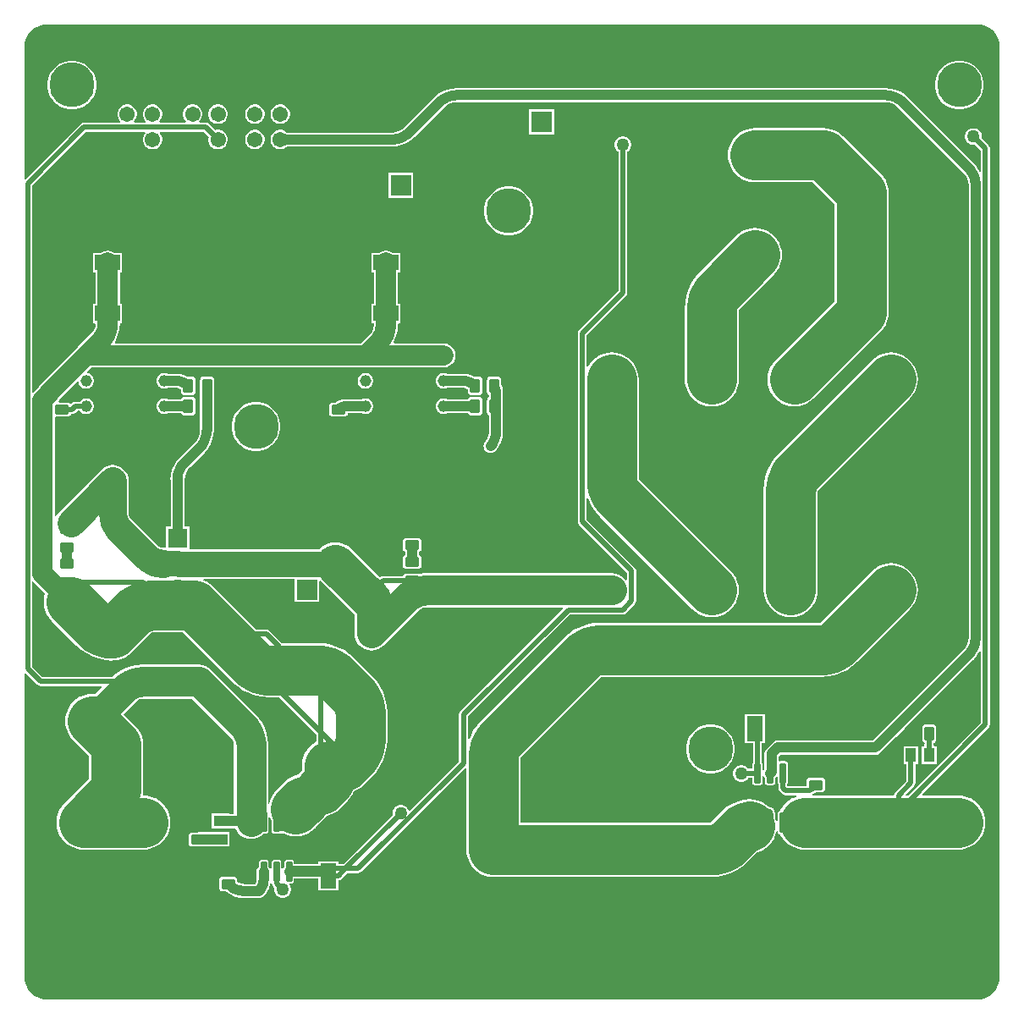
<source format=gtl>
G04*
G04 #@! TF.GenerationSoftware,Altium Limited,Altium Designer,23.8.1 (32)*
G04*
G04 Layer_Physical_Order=1*
G04 Layer_Color=255*
%FSLAX25Y25*%
%MOIN*%
G70*
G04*
G04 #@! TF.SameCoordinates,F96B85ED-F025-470D-A382-F87F92A237BF*
G04*
G04*
G04 #@! TF.FilePolarity,Positive*
G04*
G01*
G75*
%ADD11C,0.01968*%
G04:AMPARAMS|DCode=15|XSize=39.37mil|YSize=55.91mil|CornerRadius=4.92mil|HoleSize=0mil|Usage=FLASHONLY|Rotation=270.000|XOffset=0mil|YOffset=0mil|HoleType=Round|Shape=RoundedRectangle|*
%AMROUNDEDRECTD15*
21,1,0.03937,0.04606,0,0,270.0*
21,1,0.02953,0.05591,0,0,270.0*
1,1,0.00984,-0.02303,-0.01476*
1,1,0.00984,-0.02303,0.01476*
1,1,0.00984,0.02303,0.01476*
1,1,0.00984,0.02303,-0.01476*
%
%ADD15ROUNDEDRECTD15*%
G04:AMPARAMS|DCode=16|XSize=77.56mil|YSize=23.62mil|CornerRadius=2.95mil|HoleSize=0mil|Usage=FLASHONLY|Rotation=90.000|XOffset=0mil|YOffset=0mil|HoleType=Round|Shape=RoundedRectangle|*
%AMROUNDEDRECTD16*
21,1,0.07756,0.01772,0,0,90.0*
21,1,0.07165,0.02362,0,0,90.0*
1,1,0.00591,0.00886,0.03583*
1,1,0.00591,0.00886,-0.03583*
1,1,0.00591,-0.00886,-0.03583*
1,1,0.00591,-0.00886,0.03583*
%
%ADD16ROUNDEDRECTD16*%
G04:AMPARAMS|DCode=17|XSize=39.37mil|YSize=55.91mil|CornerRadius=4.92mil|HoleSize=0mil|Usage=FLASHONLY|Rotation=0.000|XOffset=0mil|YOffset=0mil|HoleType=Round|Shape=RoundedRectangle|*
%AMROUNDEDRECTD17*
21,1,0.03937,0.04606,0,0,0.0*
21,1,0.02953,0.05591,0,0,0.0*
1,1,0.00984,0.01476,-0.02303*
1,1,0.00984,-0.01476,-0.02303*
1,1,0.00984,-0.01476,0.02303*
1,1,0.00984,0.01476,0.02303*
%
%ADD17ROUNDEDRECTD17*%
%ADD18R,0.05709X0.04331*%
%ADD19R,0.04331X0.05709*%
%ADD20R,0.09843X0.06299*%
%ADD21R,0.06299X0.09843*%
%ADD46C,0.03937*%
%ADD47C,0.07874*%
%ADD48C,0.19685*%
%ADD49C,0.11811*%
%ADD50C,0.11024*%
%ADD51C,0.09843*%
%ADD52C,0.15748*%
%ADD53C,0.08268*%
%ADD54R,0.08268X0.08268*%
%ADD55R,0.08268X0.08268*%
%ADD56C,0.17717*%
%ADD57R,0.04724X0.04724*%
%ADD58C,0.04724*%
%ADD59R,0.04724X0.04724*%
%ADD60C,0.04563*%
%ADD61R,0.04563X0.04563*%
%ADD62C,0.08150*%
%ADD63R,0.08150X0.08150*%
%ADD64R,0.06260X0.06260*%
%ADD65C,0.06260*%
%ADD66C,0.07559*%
%ADD67R,0.07559X0.07559*%
%ADD68C,0.09843*%
%ADD69C,0.06083*%
%ADD70C,0.07874*%
%ADD71C,0.05000*%
%ADD72C,0.01968*%
G36*
X476994Y290483D02*
Y262248D01*
X448408Y233663D01*
X447671D01*
X447479Y234125D01*
X450734Y237379D01*
X451125Y237965D01*
X451263Y238657D01*
Y245858D01*
X452409D01*
Y253142D01*
X446504D01*
Y245858D01*
X447650D01*
Y239405D01*
X443223Y234977D01*
X442831Y234391D01*
X442694Y233700D01*
Y233663D01*
X410755D01*
X410650Y234163D01*
X411569Y234569D01*
X411840Y234760D01*
X412115Y234944D01*
X412210Y235038D01*
X414303D01*
X414802Y235137D01*
X415226Y235420D01*
X415508Y235843D01*
X415608Y236343D01*
Y239295D01*
X415508Y239795D01*
X415226Y240218D01*
X414802Y240501D01*
X414303Y240600D01*
X409697D01*
X409198Y240501D01*
X408774Y240218D01*
X408492Y239795D01*
X408392Y239295D01*
Y237306D01*
X400901D01*
X400806Y237401D01*
Y238334D01*
X400906Y238483D01*
X400990Y238906D01*
Y246071D01*
X400906Y246493D01*
X400666Y246851D01*
X400308Y247091D01*
X399886Y247175D01*
X398114D01*
X397865Y247125D01*
X397365Y247428D01*
Y249042D01*
X398043Y249720D01*
X435466D01*
X436185Y249815D01*
X436856Y250093D01*
X437431Y250535D01*
X437887Y250991D01*
X437931Y251047D01*
X438406Y251452D01*
X438394Y251464D01*
X447022Y260091D01*
X447031Y260091D01*
X447032Y260091D01*
X447033Y260092D01*
X447095Y260163D01*
X447359Y260456D01*
X447484Y260593D01*
Y260593D01*
X447820Y260942D01*
X474027Y287096D01*
X474033Y287091D01*
X474048Y287094D01*
X474358Y287458D01*
X474359Y287459D01*
X474359Y287459D01*
X475352Y288621D01*
X476401Y290333D01*
X476503Y290581D01*
X476994Y290483D01*
D02*
G37*
G36*
X104111Y317650D02*
X108390Y313371D01*
X108359Y313295D01*
X107968Y311668D01*
X107837Y310000D01*
X107968Y308332D01*
X108359Y306705D01*
X108999Y305159D01*
X109874Y303733D01*
X110960Y302460D01*
X120632Y292789D01*
X120624Y292781D01*
X122624Y291028D01*
X124835Y289550D01*
X127220Y288374D01*
X129738Y287519D01*
X132346Y287000D01*
X135000Y286826D01*
Y286837D01*
X136668Y286968D01*
X138295Y287359D01*
X139841Y287999D01*
X141267Y288874D01*
X142540Y289960D01*
X150417Y297837D01*
X162701D01*
X182149Y278390D01*
X182150Y278389D01*
X182141Y278381D01*
X184175Y276598D01*
X186423Y275096D01*
X188849Y273900D01*
X191409Y273030D01*
X194062Y272503D01*
X196760Y272326D01*
Y272337D01*
X200726D01*
X215257Y257807D01*
Y254888D01*
X213923Y254070D01*
X212650Y252984D01*
X211564Y251711D01*
X210689Y250285D01*
X210049Y248739D01*
X209659Y247112D01*
X209527Y245444D01*
Y243607D01*
X209523Y243603D01*
X208437Y242330D01*
X208162Y241883D01*
X207058Y241618D01*
X205512Y240978D01*
X204347Y240264D01*
Y240264D01*
X204344Y240247D01*
X203380Y239603D01*
X201285Y237766D01*
X200533Y236909D01*
X200530Y236906D01*
X200501Y236872D01*
X199788Y236059D01*
X199764Y236079D01*
X199353Y235579D01*
X199368Y235564D01*
X198517Y234568D01*
X197643Y233141D01*
X197002Y231595D01*
X196725Y230441D01*
X196225Y230500D01*
Y253858D01*
X196229Y253858D01*
X196086Y256041D01*
X195659Y258188D01*
X194955Y260260D01*
X193988Y262222D01*
X192772Y264042D01*
X191329Y265687D01*
X191326Y265685D01*
X189255Y267756D01*
X173756Y283256D01*
X172736Y284092D01*
X171574Y284713D01*
X170312Y285096D01*
X169000Y285225D01*
X146642D01*
X146642Y285229D01*
X144459Y285086D01*
X142312Y284659D01*
X140240Y283955D01*
X138278Y282987D01*
X136458Y281772D01*
X134813Y280329D01*
X134323Y280306D01*
X107448D01*
X103306Y284448D01*
Y317877D01*
X103806Y318047D01*
X104111Y317650D01*
D02*
G37*
G36*
X477219Y537328D02*
X478916Y536813D01*
X480481Y535977D01*
X481852Y534852D01*
X482977Y533481D01*
X483813Y531916D01*
X484328Y530219D01*
X484495Y528529D01*
X484485Y528454D01*
Y162311D01*
X484495Y162236D01*
X484328Y160546D01*
X483813Y158848D01*
X482977Y157284D01*
X481852Y155913D01*
X480481Y154787D01*
X478916Y153951D01*
X477219Y153436D01*
X475529Y153270D01*
X475454Y153280D01*
X109311D01*
X109236Y153270D01*
X107546Y153436D01*
X105848Y153951D01*
X104284Y154787D01*
X102913Y155913D01*
X101787Y157284D01*
X100951Y158848D01*
X100436Y160546D01*
X100270Y162235D01*
X100280Y162311D01*
Y281712D01*
X100742Y281904D01*
X105423Y277223D01*
X106009Y276831D01*
X106700Y276694D01*
X130529D01*
X130721Y276232D01*
X128068Y273579D01*
X127000Y273663D01*
X125332Y273532D01*
X123705Y273141D01*
X122159Y272501D01*
X120733Y271626D01*
X119460Y270540D01*
X118374Y269267D01*
X117499Y267841D01*
X116859Y266295D01*
X116469Y264668D01*
X116337Y263000D01*
X116469Y261332D01*
X116859Y259705D01*
X117499Y258159D01*
X118374Y256733D01*
X119460Y255460D01*
X125742Y249179D01*
Y240321D01*
X115960Y230540D01*
X114874Y229267D01*
X113999Y227841D01*
X113359Y226295D01*
X112969Y224668D01*
X112837Y223000D01*
X112969Y221332D01*
X113359Y219705D01*
X113999Y218159D01*
X114874Y216733D01*
X115960Y215460D01*
X117233Y214374D01*
X118659Y213499D01*
X120205Y212859D01*
X121832Y212469D01*
X123500Y212337D01*
X147122D01*
X148790Y212469D01*
X150417Y212859D01*
X151963Y213499D01*
X153389Y214374D01*
X154662Y215460D01*
X155748Y216733D01*
X156623Y218159D01*
X157263Y219705D01*
X157653Y221332D01*
X157785Y223000D01*
X157653Y224668D01*
X157263Y226295D01*
X156623Y227841D01*
X155748Y229267D01*
X154662Y230540D01*
X153389Y231626D01*
X151963Y232501D01*
X150417Y233141D01*
X148790Y233531D01*
X147309Y233648D01*
X146897Y234075D01*
X146936Y234236D01*
X147067Y235904D01*
Y253596D01*
X146936Y255264D01*
X146545Y256891D01*
X145905Y258436D01*
X145031Y259863D01*
X143944Y261135D01*
X139295Y265784D01*
X144326Y270815D01*
X144327Y270816D01*
X144327D01*
X144702Y271117D01*
X145000Y271345D01*
X145792Y271673D01*
X146164Y271722D01*
X146642Y271775D01*
X146642Y271775D01*
X146642Y271775D01*
X166214D01*
X179745Y258244D01*
X181816Y256173D01*
X181816Y256173D01*
Y256173D01*
X182117Y255798D01*
X182345Y255501D01*
X182673Y254708D01*
X182722Y254336D01*
X182775Y253858D01*
X182775Y253858D01*
X182775Y253858D01*
Y226323D01*
X181142D01*
Y226496D01*
X173858D01*
Y220591D01*
X181142D01*
Y220764D01*
X183258D01*
X183287Y220670D01*
X183908Y219508D01*
X184745Y218489D01*
X185764Y217652D01*
X186926Y217031D01*
X188188Y216648D01*
X189500Y216519D01*
X190812Y216648D01*
X192074Y217031D01*
X193236Y217652D01*
X194255Y218489D01*
X194312Y218557D01*
X195386D01*
X195808Y218641D01*
X196166Y218881D01*
X196406Y219239D01*
X196490Y219661D01*
Y224999D01*
X196990Y225058D01*
X197002Y225005D01*
X197510Y223779D01*
Y219661D01*
X197594Y219239D01*
X197834Y218881D01*
X198192Y218641D01*
X198614Y218557D01*
X200386D01*
X200808Y218641D01*
X200886Y218694D01*
X202559D01*
X203848Y218159D01*
X205475Y217769D01*
X207143Y217637D01*
X208811Y217769D01*
X210438Y218159D01*
X211984Y218800D01*
X213411Y219674D01*
X214578Y220671D01*
X214683Y220761D01*
X214918Y221036D01*
X214916Y221038D01*
X216058Y222316D01*
X216096Y222357D01*
X216389Y222662D01*
X216620Y222851D01*
X216766Y222975D01*
X217892Y223937D01*
X218979Y225209D01*
X219253Y225657D01*
X220358Y225922D01*
X221904Y226562D01*
X223330Y227437D01*
X224603Y228523D01*
X227730Y231650D01*
X228816Y232923D01*
X229691Y234349D01*
X230157Y235476D01*
X231285Y235943D01*
X232711Y236818D01*
X233984Y237904D01*
X237111Y241031D01*
X237119Y241023D01*
X238902Y243057D01*
X240404Y245305D01*
X241600Y247730D01*
X242470Y250291D01*
X242997Y252944D01*
X243174Y255642D01*
X243163Y255642D01*
Y266358D01*
X243174Y266358D01*
X242997Y269056D01*
X242470Y271709D01*
X241600Y274270D01*
X240404Y276695D01*
X238902Y278943D01*
X237119Y280977D01*
X237111Y280969D01*
X230469Y287611D01*
X230477Y287619D01*
X228444Y289402D01*
X226195Y290904D01*
X223769Y292101D01*
X221209Y292970D01*
X218556Y293497D01*
X215858Y293674D01*
X215858Y293663D01*
X201592D01*
X196777Y298477D01*
X196191Y298869D01*
X195500Y299006D01*
X191691D01*
X174658Y316040D01*
X173386Y317126D01*
X171959Y318001D01*
X170787Y318486D01*
X170887Y318986D01*
X206638D01*
Y309882D01*
X216362D01*
Y318142D01*
X216862Y318349D01*
X230275Y304937D01*
Y297500D01*
X230404Y296188D01*
X230787Y294926D01*
X231408Y293764D01*
X232244Y292744D01*
X233264Y291908D01*
X234426Y291287D01*
X235688Y290904D01*
X237000Y290775D01*
X238312Y290904D01*
X239574Y291287D01*
X240736Y291908D01*
X241756Y292744D01*
X255826Y306816D01*
X255827Y306816D01*
X255827D01*
X256202Y307117D01*
X256500Y307345D01*
X257292Y307673D01*
X257664Y307722D01*
X258142Y307775D01*
X258142Y307775D01*
X258142Y307775D01*
X312267D01*
X312458Y307313D01*
X272023Y266877D01*
X271631Y266291D01*
X271494Y265600D01*
Y247148D01*
X252076Y227730D01*
X251593Y227860D01*
X251563Y227969D01*
X251131Y228718D01*
X250518Y229331D01*
X249769Y229763D01*
X248933Y229987D01*
X248067D01*
X247231Y229763D01*
X246481Y229331D01*
X245869Y228718D01*
X245437Y227969D01*
X245213Y227133D01*
Y226267D01*
X245276Y226031D01*
X225952Y206706D01*
X223937D01*
Y207819D01*
X216063D01*
Y206706D01*
X206490D01*
Y207339D01*
X206406Y207761D01*
X206166Y208119D01*
X205808Y208359D01*
X205386Y208443D01*
X203614D01*
X203192Y208359D01*
X202834Y208119D01*
X202594Y207761D01*
X202510Y207339D01*
Y205690D01*
X202093Y205146D01*
X201990Y204897D01*
X201490Y204997D01*
Y207339D01*
X201406Y207761D01*
X201166Y208119D01*
X200808Y208359D01*
X200386Y208443D01*
X198614D01*
X198192Y208359D01*
X197834Y208119D01*
X197594Y207761D01*
X197510Y207339D01*
Y204997D01*
X197010Y204897D01*
X196907Y205146D01*
X196490Y205690D01*
Y207339D01*
X196406Y207761D01*
X196166Y208119D01*
X195808Y208359D01*
X195386Y208443D01*
X193614D01*
X193192Y208359D01*
X192834Y208119D01*
X192594Y207761D01*
X192510Y207339D01*
Y205690D01*
X192093Y205146D01*
X191815Y204475D01*
X191720Y203756D01*
Y200828D01*
X191725Y200796D01*
X191591Y199778D01*
X191185Y198800D01*
X191170Y198780D01*
X187306D01*
X187276Y198776D01*
X185969Y198905D01*
X184684Y199294D01*
X184108Y199602D01*
Y200295D01*
X184008Y200795D01*
X183726Y201218D01*
X183302Y201501D01*
X182803Y201600D01*
X178197D01*
X177698Y201501D01*
X177274Y201218D01*
X176992Y200795D01*
X176892Y200295D01*
Y197343D01*
X176992Y196843D01*
X177274Y196420D01*
X177698Y196137D01*
X178197Y196038D01*
X179467D01*
X180006Y195578D01*
X181668Y194559D01*
X183468Y193814D01*
X185363Y193359D01*
X187306Y193206D01*
Y193220D01*
X192500D01*
X193219Y193315D01*
X193890Y193593D01*
X194465Y194035D01*
X194482Y194018D01*
X195679Y195478D01*
X196569Y197143D01*
X197117Y198950D01*
X197639Y199150D01*
X197694Y199106D01*
Y199100D01*
X197831Y198409D01*
X198223Y197823D01*
X198776Y197269D01*
X198713Y197033D01*
Y196167D01*
X198937Y195331D01*
X199369Y194581D01*
X199981Y193969D01*
X200731Y193537D01*
X201567Y193313D01*
X202433D01*
X203269Y193537D01*
X204018Y193969D01*
X204631Y194581D01*
X205063Y195331D01*
X205287Y196167D01*
Y197033D01*
X205063Y197869D01*
X204659Y198569D01*
X204767Y198948D01*
X204817Y199069D01*
X205386D01*
X205808Y199153D01*
X206166Y199393D01*
X206406Y199751D01*
X206490Y200173D01*
Y200976D01*
X216027D01*
X216027Y200974D01*
X216027Y200974D01*
X216063Y200488D01*
Y196402D01*
X223937D01*
Y200309D01*
X224602Y200441D01*
X225187Y200833D01*
X227448Y203094D01*
X231800D01*
X232491Y203231D01*
X233077Y203623D01*
X273875Y244421D01*
X274337Y244229D01*
Y212185D01*
X274468Y210517D01*
X274859Y208890D01*
X275499Y207344D01*
X276374Y205918D01*
X277460Y204645D01*
X278733Y203559D01*
X280159Y202684D01*
X281705Y202044D01*
X283332Y201654D01*
X285000Y201522D01*
X370543D01*
X370543Y201522D01*
Y201511D01*
X373241Y201688D01*
X375894Y202215D01*
X378455Y203085D01*
X380880Y204281D01*
X383128Y205783D01*
X385162Y207566D01*
X385154Y207574D01*
X388826Y211246D01*
X389295Y211359D01*
X390841Y211999D01*
X392267Y212874D01*
X393540Y213960D01*
X394626Y215233D01*
X395501Y216659D01*
X396141Y218205D01*
X396510Y219744D01*
X397010Y219684D01*
Y219417D01*
X397094Y218995D01*
X397334Y218637D01*
X397692Y218397D01*
X397919Y218352D01*
X397999Y218159D01*
X398874Y216733D01*
X399960Y215460D01*
X401233Y214374D01*
X402659Y213499D01*
X404205Y212859D01*
X405832Y212469D01*
X407500Y212337D01*
X468122D01*
X469790Y212469D01*
X471417Y212859D01*
X472963Y213499D01*
X474389Y214374D01*
X475662Y215460D01*
X476748Y216733D01*
X477623Y218159D01*
X478263Y219705D01*
X478653Y221332D01*
X478785Y223000D01*
X478653Y224668D01*
X478263Y226295D01*
X477623Y227841D01*
X476748Y229267D01*
X475662Y230540D01*
X474389Y231626D01*
X472963Y232501D01*
X471417Y233141D01*
X469790Y233531D01*
X468122Y233663D01*
X454171D01*
X453979Y234125D01*
X480077Y260223D01*
X480469Y260809D01*
X480606Y261500D01*
Y488500D01*
X480469Y489191D01*
X480077Y489777D01*
X477324Y492531D01*
X477387Y492767D01*
Y493633D01*
X477163Y494469D01*
X476731Y495219D01*
X476119Y495831D01*
X475369Y496263D01*
X474533Y496487D01*
X473667D01*
X472831Y496263D01*
X472082Y495831D01*
X471469Y495219D01*
X471037Y494469D01*
X470813Y493633D01*
Y492767D01*
X471037Y491931D01*
X471469Y491182D01*
X472082Y490569D01*
X472831Y490137D01*
X473667Y489913D01*
X474533D01*
X474769Y489976D01*
X476994Y487752D01*
Y479517D01*
X476503Y479419D01*
X476401Y479667D01*
X475352Y481379D01*
X474048Y482905D01*
X474037Y482895D01*
X448394Y508536D01*
X448406Y508548D01*
X446879Y509852D01*
X445167Y510901D01*
X443312Y511669D01*
X441360Y512138D01*
X439358Y512295D01*
X439358Y512280D01*
X270642D01*
X270642Y512295D01*
X268640Y512138D01*
X266688Y511669D01*
X264833Y510901D01*
X263121Y509852D01*
X261595Y508548D01*
X261606Y508536D01*
X250311Y497242D01*
X249963Y496895D01*
X249963D01*
X249594Y496580D01*
X248874Y495989D01*
X247624Y495321D01*
X246268Y494910D01*
X245342Y494819D01*
X244858Y494780D01*
X244858Y494780D01*
X244858Y494780D01*
X203635D01*
X203351Y495064D01*
X202478Y495568D01*
X201504Y495829D01*
X200496D01*
X199522Y495568D01*
X198649Y495064D01*
X197936Y494351D01*
X197432Y493478D01*
X197171Y492504D01*
Y491496D01*
X197432Y490522D01*
X197936Y489649D01*
X198649Y488936D01*
X199522Y488432D01*
X200496Y488171D01*
X201504D01*
X202478Y488432D01*
X203351Y488936D01*
X203635Y489220D01*
X244858D01*
X244858Y489205D01*
X246860Y489362D01*
X248812Y489831D01*
X250667Y490599D01*
X252379Y491648D01*
X253906Y492952D01*
X253894Y492964D01*
X265189Y504257D01*
X265537Y504605D01*
X265537D01*
X265906Y504920D01*
X266626Y505511D01*
X267876Y506179D01*
X269232Y506590D01*
X270158Y506681D01*
X270642Y506720D01*
X270642Y506720D01*
X270642Y506720D01*
X439358D01*
X439358Y506720D01*
Y506720D01*
X439842Y506681D01*
X440768Y506590D01*
X442124Y506179D01*
X443374Y505511D01*
X444094Y504920D01*
X444463Y504605D01*
X444463D01*
X444811Y504257D01*
X469758Y479311D01*
X470106Y478963D01*
Y478963D01*
X470420Y478594D01*
X471011Y477874D01*
X471679Y476624D01*
X472090Y475268D01*
X472181Y474342D01*
X472220Y473858D01*
X472220Y473858D01*
X472220Y473858D01*
Y296142D01*
X472220Y296142D01*
X472220D01*
X472181Y295658D01*
X472090Y294732D01*
X471679Y293376D01*
X471011Y292126D01*
X470419Y291405D01*
X470099Y291037D01*
X470098Y291035D01*
X469747Y290679D01*
X443592Y264577D01*
X443587Y264577D01*
X443576Y264569D01*
X443540Y264525D01*
X443352Y264312D01*
X443146Y264116D01*
X443083Y264020D01*
X442733Y263665D01*
X434817Y255748D01*
X434463Y255395D01*
X434011Y255280D01*
X396891D01*
X396172Y255185D01*
X395501Y254907D01*
X394926Y254466D01*
X392619Y252159D01*
X392178Y251584D01*
X391900Y250913D01*
X391805Y250194D01*
Y244155D01*
X391593Y243878D01*
X391490Y243629D01*
X390990Y243729D01*
Y246071D01*
X390906Y246493D01*
X390806Y246642D01*
Y254291D01*
X391937D01*
Y265709D01*
X384063D01*
Y254291D01*
X387194D01*
Y246642D01*
X387094Y246493D01*
X387010Y246071D01*
Y244206D01*
X385353D01*
X385231Y244419D01*
X384618Y245031D01*
X383869Y245463D01*
X383033Y245687D01*
X382167D01*
X381331Y245463D01*
X380581Y245031D01*
X379969Y244419D01*
X379537Y243669D01*
X379313Y242833D01*
Y241967D01*
X379537Y241131D01*
X379969Y240382D01*
X380581Y239769D01*
X381331Y239337D01*
X382167Y239113D01*
X383033D01*
X383869Y239337D01*
X384618Y239769D01*
X385231Y240382D01*
X385353Y240594D01*
X387010D01*
Y238906D01*
X387094Y238483D01*
X387334Y238125D01*
X387692Y237886D01*
X388114Y237802D01*
X389886D01*
X390308Y237886D01*
X390666Y238125D01*
X390906Y238483D01*
X390990Y238906D01*
Y241248D01*
X391490Y241347D01*
X391593Y241098D01*
X392010Y240554D01*
Y238906D01*
X392094Y238483D01*
X392334Y238125D01*
X392692Y237886D01*
X393114Y237802D01*
X394886D01*
X395308Y237886D01*
X395666Y238125D01*
X395906Y238483D01*
X395990Y238906D01*
Y240547D01*
X396510Y241067D01*
X396672Y241049D01*
X397010Y240885D01*
Y238906D01*
X397094Y238483D01*
X397194Y238334D01*
Y236707D01*
X397194Y236707D01*
X397194Y236707D01*
X397264Y236352D01*
X397331Y236016D01*
X397331Y236016D01*
X397331Y236016D01*
X397369Y235924D01*
X397557Y235643D01*
X397761Y235338D01*
X398876Y234223D01*
X399462Y233831D01*
X400153Y233694D01*
X404365D01*
X404425Y233194D01*
X404205Y233141D01*
X402659Y232501D01*
X401233Y231626D01*
X399960Y230540D01*
X398874Y229267D01*
X397999Y227841D01*
X397919Y227648D01*
X397692Y227603D01*
X397334Y227363D01*
X397094Y227005D01*
X397010Y226583D01*
Y224842D01*
X396969Y224668D01*
X396899Y223781D01*
X396394Y223741D01*
X396141Y224795D01*
X395990Y225160D01*
Y226583D01*
X395906Y227005D01*
X395806Y227154D01*
Y227200D01*
X395780Y227332D01*
X395787Y227466D01*
X395712Y227674D01*
X395669Y227891D01*
X395594Y228003D01*
X395549Y228129D01*
X395400Y228293D01*
X395277Y228477D01*
X395166Y228552D01*
X395075Y228651D01*
X394875Y228746D01*
X394691Y228869D01*
X394560Y228895D01*
X394438Y228952D01*
X393312Y229234D01*
X392267Y230126D01*
X390841Y231001D01*
X389295Y231641D01*
X387668Y232031D01*
X386000Y232163D01*
Y232178D01*
X383574Y231987D01*
X381208Y231419D01*
X378960Y230488D01*
X376886Y229216D01*
X375036Y227636D01*
X375046Y227625D01*
X375046Y227625D01*
X370268Y222848D01*
X295663D01*
Y248583D01*
X327417Y280337D01*
X413858D01*
X413858Y280326D01*
X416556Y280503D01*
X419209Y281030D01*
X421770Y281899D01*
X424195Y283096D01*
X426443Y284598D01*
X428477Y286381D01*
X428469Y286389D01*
X449040Y306960D01*
X450126Y308233D01*
X451001Y309659D01*
X451641Y311205D01*
X452032Y312832D01*
X452163Y314500D01*
X452032Y316168D01*
X451641Y317795D01*
X451001Y319341D01*
X450126Y320767D01*
X449040Y322040D01*
X447767Y323126D01*
X446341Y324001D01*
X444795Y324641D01*
X443168Y325031D01*
X441500Y325163D01*
X439832Y325031D01*
X438205Y324641D01*
X436659Y324001D01*
X435233Y323126D01*
X433960Y322040D01*
X413583Y301663D01*
X327142D01*
X327142Y301674D01*
X324444Y301497D01*
X321791Y300970D01*
X319231Y300100D01*
X316805Y298904D01*
X314557Y297402D01*
X312523Y295619D01*
X312531Y295611D01*
X280389Y263469D01*
X280381Y263477D01*
X278598Y261443D01*
X277096Y259195D01*
X275900Y256769D01*
X275600Y255886D01*
X275106Y255968D01*
Y264852D01*
X315248Y304994D01*
X336000D01*
X336691Y305131D01*
X337277Y305523D01*
X340677Y308923D01*
X341069Y309509D01*
X341206Y310200D01*
Y322200D01*
X341069Y322891D01*
X340677Y323477D01*
X321806Y342348D01*
Y350696D01*
X322300Y350777D01*
X322530Y350101D01*
X323726Y347675D01*
X325228Y345427D01*
X327011Y343393D01*
X327019Y343402D01*
X327019D01*
X363460Y306960D01*
X364733Y305874D01*
X366159Y304999D01*
X367705Y304359D01*
X369332Y303969D01*
X371000Y303837D01*
X372668Y303969D01*
X374295Y304359D01*
X375841Y304999D01*
X377267Y305874D01*
X378540Y306960D01*
X379626Y308233D01*
X380501Y309659D01*
X381141Y311205D01*
X381532Y312832D01*
X381663Y314500D01*
X381532Y316168D01*
X381141Y317795D01*
X380501Y319341D01*
X379626Y320767D01*
X378540Y322040D01*
X342293Y358287D01*
Y397500D01*
X342161Y399168D01*
X341771Y400795D01*
X341131Y402341D01*
X340256Y403767D01*
X339170Y405040D01*
X337897Y406126D01*
X336471Y407001D01*
X334925Y407641D01*
X333298Y408032D01*
X331630Y408163D01*
X329962Y408032D01*
X328335Y407641D01*
X326789Y407001D01*
X325363Y406126D01*
X324090Y405040D01*
X323004Y403767D01*
X322306Y402630D01*
X321806Y402771D01*
Y414952D01*
X337277Y430423D01*
X337669Y431009D01*
X337806Y431700D01*
Y487247D01*
X338018Y487369D01*
X338631Y487982D01*
X339063Y488731D01*
X339287Y489567D01*
Y490433D01*
X339063Y491269D01*
X338631Y492019D01*
X338018Y492631D01*
X337269Y493063D01*
X336433Y493287D01*
X335567D01*
X334731Y493063D01*
X333981Y492631D01*
X333369Y492019D01*
X332937Y491269D01*
X332713Y490433D01*
Y489567D01*
X332937Y488731D01*
X333369Y487982D01*
X333981Y487369D01*
X334194Y487247D01*
Y432448D01*
X318723Y416977D01*
X318331Y416391D01*
X318194Y415700D01*
Y341600D01*
X318331Y340909D01*
X318723Y340323D01*
X337594Y321452D01*
Y318571D01*
X337094Y318393D01*
X336385Y319255D01*
X335366Y320092D01*
X334204Y320713D01*
X332942Y321096D01*
X331630Y321225D01*
X258142D01*
X258142Y321229D01*
X255959Y321086D01*
X255667Y321028D01*
X255303Y321100D01*
X250697D01*
X250198Y321001D01*
X249774Y320718D01*
X249492Y320295D01*
X249458Y320125D01*
X241719D01*
X241028Y319988D01*
X240442Y319596D01*
X240337Y319492D01*
X228930Y330898D01*
X227611Y331981D01*
X226107Y332785D01*
X224474Y333280D01*
X222776Y333447D01*
X221078Y333280D01*
X219445Y332785D01*
X217941Y331980D01*
X216622Y330898D01*
X216297Y330502D01*
X165185D01*
Y339567D01*
X163398D01*
Y357976D01*
X163393Y358014D01*
X163528Y359386D01*
X163939Y360742D01*
X164608Y361992D01*
X165483Y363059D01*
X165513Y363082D01*
X171218Y368787D01*
X171229Y368776D01*
X172533Y370302D01*
X173582Y372014D01*
X174350Y373869D01*
X174819Y375822D01*
X174976Y377823D01*
X174961D01*
X174961Y377823D01*
Y384690D01*
X174962Y384697D01*
Y389303D01*
X174961Y389310D01*
Y392690D01*
X174962Y392697D01*
Y397303D01*
X174863Y397802D01*
X174580Y398226D01*
X174157Y398508D01*
X173658Y398608D01*
X170705D01*
X170206Y398508D01*
X169782Y398226D01*
X169500Y397802D01*
X169400Y397303D01*
Y392697D01*
X169402Y392690D01*
Y389310D01*
X169400Y389303D01*
Y384697D01*
X169402Y384690D01*
Y378323D01*
X169401Y377823D01*
X169362Y377339D01*
X169271Y376413D01*
X168860Y375057D01*
X168192Y373807D01*
X167316Y372741D01*
X167287Y372718D01*
X161582Y367013D01*
X161570Y367024D01*
X160266Y365497D01*
X159217Y363785D01*
X158449Y361930D01*
X157980Y359978D01*
X157823Y357976D01*
X157838D01*
X157838Y357975D01*
Y339567D01*
X156051D01*
Y331612D01*
X155681Y331277D01*
X155142Y331330D01*
Y331330D01*
X155130Y331319D01*
X154189Y331443D01*
X153301Y331811D01*
X152922Y332102D01*
X152547Y332405D01*
X152198Y332753D01*
X142758Y342193D01*
X142405Y342547D01*
X142102Y342921D01*
X141811Y343301D01*
X141443Y344189D01*
X141381Y344663D01*
X141330Y345142D01*
X141330Y345142D01*
X141330Y345142D01*
Y357500D01*
X141208Y358735D01*
X140848Y359922D01*
X140263Y361017D01*
X139476Y361976D01*
X138517Y362763D01*
X137422Y363348D01*
X136235Y363708D01*
X135000Y363830D01*
X133765Y363708D01*
X132578Y363348D01*
X131483Y362763D01*
X130524Y361976D01*
X130524Y361976D01*
X114024Y345476D01*
X113237Y344517D01*
X112746Y343597D01*
X112246Y343722D01*
Y382596D01*
X112632Y382913D01*
X112697Y382900D01*
X117303D01*
X117802Y382999D01*
X118226Y383282D01*
X118508Y383706D01*
X118542Y383875D01*
X119100D01*
X119791Y384012D01*
X120377Y384404D01*
X121167Y385194D01*
X122125D01*
X122170Y385116D01*
X122742Y384544D01*
X123442Y384140D01*
X124222Y383931D01*
X125030D01*
X125811Y384140D01*
X126510Y384544D01*
X127082Y385116D01*
X127486Y385816D01*
X127695Y386596D01*
Y387404D01*
X127486Y388184D01*
X127082Y388884D01*
X126510Y389456D01*
X125811Y389860D01*
X125030Y390069D01*
X124222D01*
X123442Y389860D01*
X122742Y389456D01*
X122170Y388884D01*
X122125Y388806D01*
X120419D01*
X119728Y388669D01*
X119141Y388277D01*
X118874Y388010D01*
X118230Y388073D01*
X118226Y388080D01*
X117802Y388363D01*
X117303Y388462D01*
X113995D01*
X113759Y388896D01*
X113748Y388962D01*
X114127Y389455D01*
X114127Y389456D01*
X114127Y389456D01*
X114343Y389978D01*
X121111Y396746D01*
X121581Y396509D01*
X121766Y395815D01*
X122170Y395116D01*
X122742Y394544D01*
X123442Y394140D01*
X124222Y393931D01*
X125030D01*
X125811Y394140D01*
X126510Y394544D01*
X127082Y395116D01*
X127486Y395815D01*
X127695Y396596D01*
Y397404D01*
X127486Y398184D01*
X127082Y398884D01*
X126510Y399456D01*
X125811Y399860D01*
X125118Y400045D01*
X124880Y400515D01*
X126600Y402235D01*
X265374D01*
X266607Y402397D01*
X267757Y402873D01*
X268743Y403630D01*
X269501Y404617D01*
X269977Y405767D01*
X270139Y407000D01*
X269977Y408233D01*
X269501Y409383D01*
X268743Y410369D01*
X267757Y411127D01*
X266607Y411603D01*
X265374Y411765D01*
X245880D01*
X245636Y412201D01*
X245770Y412421D01*
X246657Y414562D01*
X247198Y416816D01*
X247380Y419126D01*
X247380D01*
X247533Y419563D01*
X248319D01*
Y427437D01*
X247375D01*
Y439563D01*
X248319D01*
Y447437D01*
X245240D01*
X244993Y447627D01*
X243844Y448103D01*
X242610Y448265D01*
X241377Y448103D01*
X240228Y447627D01*
X239980Y447437D01*
X236901D01*
Y439563D01*
X237845D01*
Y427437D01*
X236901D01*
Y419563D01*
X237845D01*
Y419126D01*
X237863Y418990D01*
X237701Y417762D01*
X237175Y416491D01*
X236637Y415790D01*
X236312Y415425D01*
X235958Y415071D01*
X232652Y411765D01*
X136074D01*
X135829Y412201D01*
X136270Y412921D01*
X137157Y415062D01*
X137698Y417316D01*
X137875Y419563D01*
X138819D01*
Y427437D01*
X137875D01*
Y439563D01*
X138819D01*
Y447437D01*
X135740D01*
X135493Y447627D01*
X134344Y448103D01*
X133110Y448265D01*
X131877Y448103D01*
X130728Y447627D01*
X130480Y447437D01*
X127401D01*
Y439563D01*
X128345D01*
Y427437D01*
X127401D01*
Y419563D01*
X127872D01*
X128307Y419063D01*
X128201Y418262D01*
X127675Y416991D01*
X127137Y416290D01*
X126812Y415925D01*
X126458Y415571D01*
X121256Y410369D01*
X106631Y395743D01*
X105873Y394757D01*
X105657Y394233D01*
X104111Y392688D01*
X103806Y392291D01*
X103554Y392322D01*
X103306Y392460D01*
Y473852D01*
X124548Y495094D01*
X147720D01*
X147927Y494594D01*
X147684Y494351D01*
X147180Y493478D01*
X146919Y492504D01*
Y491496D01*
X147180Y490522D01*
X147684Y489649D01*
X148397Y488936D01*
X149270Y488432D01*
X150244Y488171D01*
X151252D01*
X152226Y488432D01*
X153099Y488936D01*
X153812Y489649D01*
X154316Y490522D01*
X154577Y491496D01*
Y492504D01*
X154316Y493478D01*
X153812Y494351D01*
X153569Y494594D01*
X153776Y495094D01*
X170848D01*
X172830Y493111D01*
X172667Y492504D01*
Y491496D01*
X172928Y490522D01*
X173432Y489649D01*
X174145Y488936D01*
X175018Y488432D01*
X175992Y488171D01*
X177000D01*
X177974Y488432D01*
X178847Y488936D01*
X179560Y489649D01*
X180064Y490522D01*
X180325Y491496D01*
Y492504D01*
X180064Y493478D01*
X179560Y494351D01*
X178847Y495064D01*
X177974Y495568D01*
X177000Y495829D01*
X175992D01*
X175385Y495666D01*
X172873Y498177D01*
X172287Y498569D01*
X171596Y498706D01*
X169324D01*
X169117Y499206D01*
X169560Y499649D01*
X170064Y500522D01*
X170325Y501496D01*
Y502504D01*
X170064Y503478D01*
X169560Y504351D01*
X168847Y505064D01*
X167974Y505568D01*
X167000Y505829D01*
X165992D01*
X165018Y505568D01*
X164145Y505064D01*
X163432Y504351D01*
X162928Y503478D01*
X162667Y502504D01*
Y501496D01*
X162928Y500522D01*
X163432Y499649D01*
X163875Y499206D01*
X163668Y498706D01*
X153576D01*
X153369Y499206D01*
X153812Y499649D01*
X154316Y500522D01*
X154577Y501496D01*
Y502504D01*
X154316Y503478D01*
X153812Y504351D01*
X153099Y505064D01*
X152226Y505568D01*
X151252Y505829D01*
X150244D01*
X149270Y505568D01*
X148397Y505064D01*
X147684Y504351D01*
X147180Y503478D01*
X146919Y502504D01*
Y501496D01*
X147180Y500522D01*
X147684Y499649D01*
X148127Y499206D01*
X147920Y498706D01*
X143576D01*
X143369Y499206D01*
X143812Y499649D01*
X144316Y500522D01*
X144577Y501496D01*
Y502504D01*
X144316Y503478D01*
X143812Y504351D01*
X143099Y505064D01*
X142226Y505568D01*
X141252Y505829D01*
X140244D01*
X139270Y505568D01*
X138397Y505064D01*
X137684Y504351D01*
X137180Y503478D01*
X136919Y502504D01*
Y501496D01*
X137180Y500522D01*
X137684Y499649D01*
X138127Y499206D01*
X137920Y498706D01*
X123800D01*
X123109Y498569D01*
X122523Y498177D01*
X100742Y476396D01*
X100280Y476588D01*
Y528454D01*
X100270Y528529D01*
X100436Y530219D01*
X100951Y531916D01*
X101787Y533481D01*
X102913Y534852D01*
X104284Y535977D01*
X105848Y536813D01*
X107546Y537328D01*
X108824Y537454D01*
X109311Y537485D01*
X109311Y537485D01*
X475454D01*
X475529Y537495D01*
X477219Y537328D01*
D02*
G37*
%LPC*%
G36*
X458158Y261608D02*
X455205D01*
X454706Y261508D01*
X454282Y261226D01*
X454000Y260802D01*
X453900Y260303D01*
Y255697D01*
X454000Y255198D01*
X454282Y254774D01*
X454524Y254613D01*
X454875Y254291D01*
X454737Y253600D01*
Y253142D01*
X453591D01*
Y245858D01*
X459496D01*
Y253142D01*
X458763D01*
X458446Y253528D01*
X458488Y253738D01*
Y254458D01*
X458657Y254492D01*
X459080Y254774D01*
X459363Y255198D01*
X459462Y255697D01*
Y260303D01*
X459363Y260802D01*
X459080Y261226D01*
X458657Y261508D01*
X458158Y261608D01*
D02*
G37*
G36*
X469450Y523146D02*
X467550D01*
X465687Y522775D01*
X463931Y522048D01*
X462351Y520992D01*
X461008Y519649D01*
X459952Y518069D01*
X459225Y516314D01*
X458854Y514450D01*
Y512550D01*
X459225Y510686D01*
X459952Y508931D01*
X461008Y507351D01*
X462351Y506008D01*
X463931Y504952D01*
X465687Y504225D01*
X467550Y503854D01*
X469450D01*
X471313Y504225D01*
X473069Y504952D01*
X474649Y506008D01*
X475992Y507351D01*
X477048Y508931D01*
X477775Y510686D01*
X478146Y512550D01*
Y514450D01*
X477775Y516314D01*
X477048Y518069D01*
X475992Y519649D01*
X474649Y520992D01*
X473069Y522048D01*
X471313Y522775D01*
X469450Y523146D01*
D02*
G37*
G36*
X119950D02*
X118050D01*
X116186Y522775D01*
X114431Y522048D01*
X112851Y520992D01*
X111508Y519649D01*
X110452Y518069D01*
X109725Y516314D01*
X109354Y514450D01*
Y512550D01*
X109725Y510686D01*
X110452Y508931D01*
X111508Y507351D01*
X112851Y506008D01*
X114431Y504952D01*
X116186Y504225D01*
X118050Y503854D01*
X119950D01*
X121813Y504225D01*
X123569Y504952D01*
X125149Y506008D01*
X126492Y507351D01*
X127548Y508931D01*
X128275Y510686D01*
X128646Y512550D01*
Y514450D01*
X128275Y516314D01*
X127548Y518069D01*
X126492Y519649D01*
X125149Y520992D01*
X123569Y522048D01*
X121813Y522775D01*
X119950Y523146D01*
D02*
G37*
G36*
X201504Y505829D02*
X200496D01*
X199522Y505568D01*
X198649Y505064D01*
X197936Y504351D01*
X197432Y503478D01*
X197171Y502504D01*
Y501496D01*
X197432Y500522D01*
X197936Y499649D01*
X198649Y498936D01*
X199522Y498432D01*
X200496Y498171D01*
X201504D01*
X202478Y498432D01*
X203351Y498936D01*
X204064Y499649D01*
X204568Y500522D01*
X204829Y501496D01*
Y502504D01*
X204568Y503478D01*
X204064Y504351D01*
X203351Y505064D01*
X202478Y505568D01*
X201504Y505829D01*
D02*
G37*
G36*
X191504D02*
X190496D01*
X189522Y505568D01*
X188649Y505064D01*
X187936Y504351D01*
X187432Y503478D01*
X187171Y502504D01*
Y501496D01*
X187432Y500522D01*
X187936Y499649D01*
X188649Y498936D01*
X189522Y498432D01*
X190496Y498171D01*
X191504D01*
X192478Y498432D01*
X193351Y498936D01*
X194064Y499649D01*
X194568Y500522D01*
X194829Y501496D01*
Y502504D01*
X194568Y503478D01*
X194064Y504351D01*
X193351Y505064D01*
X192478Y505568D01*
X191504Y505829D01*
D02*
G37*
G36*
X177000D02*
X175992D01*
X175018Y505568D01*
X174145Y505064D01*
X173432Y504351D01*
X172928Y503478D01*
X172667Y502504D01*
Y501496D01*
X172928Y500522D01*
X173432Y499649D01*
X174145Y498936D01*
X175018Y498432D01*
X175992Y498171D01*
X177000D01*
X177974Y498432D01*
X178847Y498936D01*
X179560Y499649D01*
X180064Y500522D01*
X180325Y501496D01*
Y502504D01*
X180064Y503478D01*
X179560Y504351D01*
X178847Y505064D01*
X177974Y505568D01*
X177000Y505829D01*
D02*
G37*
G36*
X308921Y503921D02*
X299079D01*
Y494079D01*
X308921D01*
Y503921D01*
D02*
G37*
G36*
X191504Y495829D02*
X190496D01*
X189522Y495568D01*
X188649Y495064D01*
X187936Y494351D01*
X187432Y493478D01*
X187171Y492504D01*
Y491496D01*
X187432Y490522D01*
X187936Y489649D01*
X188649Y488936D01*
X189522Y488432D01*
X190496Y488171D01*
X191504D01*
X192478Y488432D01*
X193351Y488936D01*
X194064Y489649D01*
X194568Y490522D01*
X194829Y491496D01*
Y492504D01*
X194568Y493478D01*
X194064Y494351D01*
X193351Y495064D01*
X192478Y495568D01*
X191504Y495829D01*
D02*
G37*
G36*
X253421Y478921D02*
X243579D01*
Y469079D01*
X253421D01*
Y478921D01*
D02*
G37*
G36*
X291950Y473646D02*
X290050D01*
X288187Y473275D01*
X286431Y472548D01*
X284851Y471492D01*
X283508Y470149D01*
X282452Y468569D01*
X281725Y466814D01*
X281354Y464950D01*
Y463050D01*
X281725Y461187D01*
X282452Y459431D01*
X283508Y457851D01*
X284851Y456508D01*
X286431Y455452D01*
X288187Y454725D01*
X290050Y454354D01*
X291950D01*
X293813Y454725D01*
X295569Y455452D01*
X297149Y456508D01*
X298492Y457851D01*
X299548Y459431D01*
X300275Y461187D01*
X300646Y463050D01*
Y464950D01*
X300275Y466814D01*
X299548Y468569D01*
X298492Y470149D01*
X297149Y471492D01*
X295569Y472548D01*
X293813Y473275D01*
X291950Y473646D01*
D02*
G37*
G36*
X388000Y457163D02*
X386332Y457031D01*
X384705Y456641D01*
X383159Y456001D01*
X381733Y455126D01*
X380460Y454040D01*
X366389Y439969D01*
X366381Y439977D01*
X364598Y437944D01*
X363096Y435695D01*
X361899Y433270D01*
X361030Y430709D01*
X360503Y428056D01*
X360326Y425358D01*
X360337Y425358D01*
Y397500D01*
X360469Y395832D01*
X360859Y394205D01*
X361499Y392659D01*
X362374Y391233D01*
X363460Y389960D01*
X364733Y388874D01*
X366159Y387999D01*
X367705Y387359D01*
X369332Y386968D01*
X371000Y386837D01*
X372668Y386968D01*
X374295Y387359D01*
X375841Y387999D01*
X377267Y388874D01*
X378540Y389960D01*
X379626Y391233D01*
X380501Y392659D01*
X381141Y394205D01*
X381532Y395832D01*
X381663Y397500D01*
Y425083D01*
X395540Y438960D01*
X396626Y440233D01*
X397501Y441659D01*
X398141Y443205D01*
X398532Y444832D01*
X398663Y446500D01*
X398532Y448168D01*
X398141Y449795D01*
X397501Y451341D01*
X396626Y452767D01*
X395540Y454040D01*
X394267Y455126D01*
X392841Y456001D01*
X391295Y456641D01*
X389668Y457031D01*
X388000Y457163D01*
D02*
G37*
G36*
X235030Y400069D02*
X234222D01*
X233441Y399860D01*
X232742Y399456D01*
X232170Y398884D01*
X231766Y398184D01*
X231557Y397404D01*
Y396596D01*
X231766Y395815D01*
X232170Y395116D01*
X232742Y394544D01*
X233441Y394140D01*
X234222Y393931D01*
X235030D01*
X235811Y394140D01*
X236510Y394544D01*
X237082Y395116D01*
X237486Y395815D01*
X237695Y396596D01*
Y397404D01*
X237486Y398184D01*
X237082Y398884D01*
X236510Y399456D01*
X235811Y399860D01*
X235030Y400069D01*
D02*
G37*
G36*
X265778D02*
X264970D01*
X264189Y399860D01*
X263490Y399456D01*
X262918Y398884D01*
X262514Y398184D01*
X262305Y397404D01*
Y396596D01*
X262514Y395815D01*
X262918Y395116D01*
X263490Y394544D01*
X264189Y394140D01*
X264970Y393931D01*
X265778D01*
X266559Y394140D01*
X266697Y394220D01*
X272990D01*
X272990Y394220D01*
Y394220D01*
X273468Y394166D01*
X274041Y394091D01*
X275019Y393685D01*
X275038Y393671D01*
Y392697D01*
X275137Y392198D01*
X275420Y391774D01*
X275843Y391492D01*
X276343Y391392D01*
X279295D01*
X279795Y391492D01*
X280218Y391774D01*
X280501Y392198D01*
X280600Y392697D01*
Y397303D01*
X280501Y397802D01*
X280218Y398226D01*
X279795Y398508D01*
X279295Y398608D01*
X277539D01*
X276676Y399069D01*
X274869Y399617D01*
X272990Y399802D01*
X272990Y399780D01*
X266697D01*
X266559Y399860D01*
X265778Y400069D01*
D02*
G37*
G36*
X155778D02*
X154970D01*
X154190Y399860D01*
X153490Y399456D01*
X152918Y398884D01*
X152514Y398184D01*
X152305Y397404D01*
Y396596D01*
X152514Y395815D01*
X152918Y395116D01*
X153490Y394544D01*
X154190Y394140D01*
X154970Y393931D01*
X155778D01*
X156559Y394140D01*
X156697Y394220D01*
X159991D01*
X159991Y394220D01*
Y394220D01*
X160468Y394166D01*
X161041Y394091D01*
X162019Y393685D01*
X162038Y393671D01*
Y392697D01*
X162137Y392198D01*
X162420Y391774D01*
X162843Y391492D01*
X163343Y391392D01*
X166295D01*
X166795Y391492D01*
X167218Y391774D01*
X167501Y392198D01*
X167600Y392697D01*
Y397303D01*
X167501Y397802D01*
X167218Y398226D01*
X166795Y398508D01*
X166295Y398608D01*
X164539D01*
X163676Y399069D01*
X161869Y399617D01*
X159991Y399802D01*
X159990Y399780D01*
X156697D01*
X156559Y399860D01*
X155778Y400069D01*
D02*
G37*
G36*
X279295Y390608D02*
X276343D01*
X275843Y390508D01*
X275420Y390226D01*
X275137Y389802D01*
X275133Y389780D01*
X266697D01*
X266559Y389860D01*
X265778Y390069D01*
X264970D01*
X264189Y389860D01*
X263490Y389456D01*
X262918Y388884D01*
X262514Y388184D01*
X262305Y387404D01*
Y386596D01*
X262514Y385816D01*
X262918Y385116D01*
X263490Y384544D01*
X264189Y384140D01*
X264970Y383931D01*
X265778D01*
X266559Y384140D01*
X266697Y384220D01*
X275133D01*
X275137Y384198D01*
X275420Y383774D01*
X275843Y383492D01*
X276343Y383392D01*
X279295D01*
X279795Y383492D01*
X280218Y383774D01*
X280501Y384198D01*
X280600Y384697D01*
Y389303D01*
X280501Y389802D01*
X280218Y390226D01*
X279795Y390508D01*
X279295Y390608D01*
D02*
G37*
G36*
X235030Y390069D02*
X234222D01*
X233441Y389860D01*
X233303Y389780D01*
X227184D01*
X227184Y389791D01*
X225761Y389651D01*
X224393Y389236D01*
X223132Y388562D01*
X223010Y388462D01*
X221697D01*
X221198Y388363D01*
X220774Y388080D01*
X220492Y387657D01*
X220392Y387158D01*
Y384205D01*
X220492Y383706D01*
X220774Y383282D01*
X221198Y382999D01*
X221697Y382900D01*
X226303D01*
X226802Y382999D01*
X227226Y383282D01*
X227508Y383706D01*
X227608Y384205D01*
Y384220D01*
X233303D01*
X233441Y384140D01*
X234222Y383931D01*
X235030D01*
X235811Y384140D01*
X236510Y384544D01*
X237082Y385116D01*
X237486Y385816D01*
X237695Y386596D01*
Y387404D01*
X237486Y388184D01*
X237082Y388884D01*
X236510Y389456D01*
X235811Y389860D01*
X235030Y390069D01*
D02*
G37*
G36*
X166295Y390608D02*
X163343D01*
X162843Y390508D01*
X162420Y390226D01*
X162137Y389802D01*
X162133Y389780D01*
X156697D01*
X156559Y389860D01*
X155778Y390069D01*
X154970D01*
X154190Y389860D01*
X153490Y389456D01*
X152918Y388884D01*
X152514Y388184D01*
X152305Y387404D01*
Y386596D01*
X152514Y385816D01*
X152918Y385116D01*
X153490Y384544D01*
X154190Y384140D01*
X154970Y383931D01*
X155778D01*
X156559Y384140D01*
X156697Y384220D01*
X162133D01*
X162137Y384198D01*
X162420Y383774D01*
X162843Y383492D01*
X163343Y383392D01*
X166295D01*
X166795Y383492D01*
X167218Y383774D01*
X167501Y384198D01*
X167600Y384697D01*
Y389303D01*
X167501Y389802D01*
X167218Y390226D01*
X166795Y390508D01*
X166295Y390608D01*
D02*
G37*
G36*
X415130Y496533D02*
X388000D01*
X386332Y496402D01*
X384705Y496011D01*
X383159Y495371D01*
X381733Y494496D01*
X380460Y493410D01*
X379374Y492137D01*
X378499Y490711D01*
X377859Y489165D01*
X377468Y487538D01*
X377337Y485870D01*
X377468Y484202D01*
X377859Y482575D01*
X378499Y481029D01*
X379374Y479603D01*
X380460Y478330D01*
X381733Y477244D01*
X383159Y476369D01*
X384705Y475729D01*
X386332Y475339D01*
X388000Y475207D01*
X410713D01*
X419337Y466583D01*
Y428417D01*
X395960Y405040D01*
X394874Y403767D01*
X393999Y402341D01*
X393359Y400795D01*
X392969Y399168D01*
X392837Y397500D01*
X392969Y395832D01*
X393359Y394205D01*
X393999Y392659D01*
X394874Y391233D01*
X395960Y389960D01*
X397233Y388874D01*
X398659Y387999D01*
X400205Y387359D01*
X401832Y386968D01*
X403500Y386837D01*
X405168Y386968D01*
X406795Y387359D01*
X408341Y387999D01*
X409767Y388874D01*
X411040Y389960D01*
X437540Y416460D01*
X438626Y417733D01*
X439501Y419159D01*
X440141Y420705D01*
X440531Y422332D01*
X440663Y424000D01*
Y471000D01*
X440531Y472668D01*
X440141Y474295D01*
X439501Y475841D01*
X438626Y477267D01*
X437540Y478540D01*
X422670Y493410D01*
X421397Y494496D01*
X419971Y495371D01*
X418425Y496011D01*
X416798Y496402D01*
X415130Y496533D01*
D02*
G37*
G36*
X286658Y398608D02*
X283705D01*
X283206Y398508D01*
X282782Y398226D01*
X282500Y397802D01*
X282400Y397303D01*
Y392697D01*
X282500Y392198D01*
X282782Y391774D01*
X283206Y391492D01*
X283220Y391489D01*
Y390511D01*
X283206Y390508D01*
X282782Y390226D01*
X282500Y389802D01*
X282400Y389303D01*
Y384697D01*
X282500Y384198D01*
X282782Y383774D01*
X283206Y383492D01*
X283220Y383489D01*
Y376500D01*
X283226Y376455D01*
X283080Y375346D01*
X282635Y374271D01*
X281933Y373356D01*
X281918Y373355D01*
X281918D01*
X281476Y372780D01*
X281198Y372109D01*
X281104Y371390D01*
X281198Y370670D01*
X281476Y370000D01*
X281918Y369424D01*
X282493Y368983D01*
X283164Y368705D01*
X283883Y368610D01*
X284603Y368705D01*
X285273Y368983D01*
X285849Y369424D01*
X285866Y369407D01*
X287114Y370927D01*
X288041Y372661D01*
X288612Y374543D01*
X288804Y376500D01*
X288780D01*
Y393023D01*
X288804D01*
X288613Y394472D01*
X288054Y395823D01*
X287962Y395942D01*
Y397303D01*
X287863Y397802D01*
X287580Y398226D01*
X287157Y398508D01*
X286658Y398608D01*
D02*
G37*
G36*
X192450Y388646D02*
X190550D01*
X188687Y388275D01*
X186931Y387548D01*
X185351Y386492D01*
X184008Y385149D01*
X182952Y383569D01*
X182225Y381814D01*
X181854Y379950D01*
Y378050D01*
X182225Y376186D01*
X182952Y374431D01*
X184008Y372851D01*
X185351Y371508D01*
X186931Y370452D01*
X188687Y369725D01*
X190550Y369354D01*
X192450D01*
X194314Y369725D01*
X196069Y370452D01*
X197649Y371508D01*
X198992Y372851D01*
X200048Y374431D01*
X200775Y376186D01*
X201146Y378050D01*
Y379950D01*
X200775Y381814D01*
X200048Y383569D01*
X198992Y385149D01*
X197649Y386492D01*
X196069Y387548D01*
X194314Y388275D01*
X192450Y388646D01*
D02*
G37*
G36*
X441500Y408163D02*
X439832Y408032D01*
X438205Y407641D01*
X436659Y407001D01*
X435233Y406126D01*
X433960Y405040D01*
X397519Y368599D01*
X397519D01*
X397511Y368606D01*
X395728Y366573D01*
X394226Y364325D01*
X393029Y361899D01*
X392160Y359339D01*
X391633Y356686D01*
X391456Y353988D01*
X391467D01*
X391467Y353987D01*
Y314500D01*
X391599Y312832D01*
X391989Y311205D01*
X392629Y309659D01*
X393504Y308233D01*
X394590Y306960D01*
X395863Y305874D01*
X397289Y304999D01*
X398835Y304359D01*
X400462Y303969D01*
X402130Y303837D01*
X403798Y303969D01*
X405425Y304359D01*
X406971Y304999D01*
X408397Y305874D01*
X409670Y306960D01*
X410756Y308233D01*
X411631Y309659D01*
X412271Y311205D01*
X412662Y312832D01*
X412793Y314500D01*
Y353713D01*
X449040Y389960D01*
X450126Y391233D01*
X451001Y392659D01*
X451641Y394205D01*
X452032Y395832D01*
X452163Y397500D01*
X452032Y399168D01*
X451641Y400795D01*
X451001Y402341D01*
X450126Y403767D01*
X449040Y405040D01*
X447767Y406126D01*
X446341Y407001D01*
X444795Y407641D01*
X443168Y408032D01*
X441500Y408163D01*
D02*
G37*
G36*
X255303Y335100D02*
X250697D01*
X250198Y335001D01*
X249774Y334718D01*
X249492Y334295D01*
X249392Y333795D01*
Y330843D01*
X249492Y330343D01*
X249774Y329920D01*
X250198Y329637D01*
X250220Y329633D01*
Y328367D01*
X250198Y328363D01*
X249774Y328080D01*
X249492Y327657D01*
X249392Y327158D01*
Y324205D01*
X249492Y323706D01*
X249774Y323282D01*
X250198Y323000D01*
X250697Y322900D01*
X255303D01*
X255802Y323000D01*
X256226Y323282D01*
X256508Y323706D01*
X256608Y324205D01*
Y327158D01*
X256508Y327657D01*
X256226Y328080D01*
X255802Y328363D01*
X255780Y328367D01*
Y329633D01*
X255802Y329637D01*
X256226Y329920D01*
X256508Y330343D01*
X256608Y330843D01*
Y333795D01*
X256508Y334295D01*
X256226Y334718D01*
X255802Y335001D01*
X255303Y335100D01*
D02*
G37*
G36*
X371450Y261646D02*
X369550D01*
X367687Y261275D01*
X365931Y260548D01*
X364351Y259492D01*
X363008Y258149D01*
X361952Y256569D01*
X361225Y254814D01*
X360854Y252950D01*
Y251050D01*
X361225Y249186D01*
X361952Y247431D01*
X363008Y245851D01*
X364351Y244508D01*
X365931Y243452D01*
X367687Y242725D01*
X369550Y242354D01*
X371450D01*
X373313Y242725D01*
X375069Y243452D01*
X376649Y244508D01*
X377992Y245851D01*
X379048Y247431D01*
X379775Y249186D01*
X380146Y251050D01*
Y252950D01*
X379775Y254814D01*
X379048Y256569D01*
X377992Y258149D01*
X376649Y259492D01*
X375069Y260548D01*
X373313Y261275D01*
X371450Y261646D01*
D02*
G37*
G36*
X181142Y219409D02*
X173858D01*
Y219236D01*
X168832D01*
Y219240D01*
X167990Y219129D01*
X167919Y219100D01*
X166197D01*
X165698Y219001D01*
X165274Y218718D01*
X164992Y218295D01*
X164892Y217795D01*
Y214843D01*
X164992Y214343D01*
X165274Y213920D01*
X165698Y213637D01*
X166197Y213538D01*
X168832D01*
Y213458D01*
X169025Y213538D01*
X170803D01*
X171302Y213637D01*
X171362Y213677D01*
X173858D01*
Y213504D01*
X181142D01*
Y219409D01*
D02*
G37*
%LPD*%
D11*
X389000Y257586D02*
X388884Y258470D01*
X388543Y259293D01*
X388000Y260000D01*
X389000Y257586D02*
X388884Y258470D01*
X388543Y259293D01*
X388000Y260000D01*
X410501Y245181D02*
X409472Y245123D01*
X408455Y244951D01*
X407465Y244665D01*
X406512Y244271D01*
X405610Y243772D01*
X404769Y243175D01*
X404000Y242488D01*
X410501Y245181D02*
X409472Y245123D01*
X408455Y244951D01*
X407465Y244665D01*
X406512Y244271D01*
X405610Y243772D01*
X404769Y243175D01*
X404000Y242488D01*
X189500Y203756D02*
X188808Y204375D01*
X188050Y204912D01*
X187238Y205361D01*
X186380Y205717D01*
X185488Y205974D01*
X184572Y206129D01*
X183645Y206181D01*
X411413Y236796D02*
X411415Y236798D01*
X411413Y236796D02*
X411415Y236798D01*
X389000Y242488D02*
Y257586D01*
X382600Y242400D02*
X389000D01*
X204500Y204900D02*
X226700D01*
X220000Y202110D02*
X223910D01*
X195500Y297200D02*
X217063Y275637D01*
X221900Y232600D02*
Y253718D01*
X210353Y231477D02*
Y231500D01*
X204500Y228300D02*
X207143D01*
X207143D01*
X199500Y220500D02*
X204500D01*
X189689Y285929D02*
X217063Y258555D01*
X146962Y317638D02*
X167400Y297200D01*
X189500Y223244D02*
X194500D01*
X146642Y278500D02*
X169000D01*
X146642D02*
X146642D01*
X256300Y443500D02*
Y447100D01*
X444445Y256156D02*
X449319D01*
X425550Y244250D02*
X426400Y245100D01*
X424619Y245181D02*
X433471D01*
X423788Y242488D02*
X425550Y244250D01*
X388000Y273700D02*
X408300D01*
X410501Y245181D02*
X412000D01*
X404000Y242488D02*
X423788D01*
X286500Y191500D02*
Y192500D01*
X193300Y215000D02*
X220000D01*
X189500Y203756D02*
Y211200D01*
X180500Y206181D02*
X183645D01*
X167700Y223681D02*
Y241985D01*
X440300Y223000D02*
X444500Y227200D01*
X404000Y220300D02*
X407500D01*
X385500Y221500D02*
X386000D01*
X385500Y220300D02*
Y221500D01*
Y220300D02*
X389000D01*
X411415Y236798D02*
X411452Y236835D01*
X118200Y338681D02*
Y341000D01*
X285181Y387000D02*
Y395000D01*
X127000Y263000D02*
Y265929D01*
X139571Y278500D01*
X178418Y297200D02*
X189689Y285929D01*
X101500Y283700D02*
X106700Y278500D01*
X101500Y474600D02*
X123800Y496900D01*
X101500Y283700D02*
Y474600D01*
X106700Y278500D02*
X139571D01*
X226700Y204900D02*
X248500Y226700D01*
X223910Y202110D02*
X226700Y204900D01*
X231800D01*
X217063Y258555D02*
Y275637D01*
Y236063D02*
Y258555D01*
X221900Y253718D01*
X167118Y308500D02*
X178418Y297200D01*
X160618Y315000D02*
X167118Y308500D01*
X178418Y297200D02*
X195500D01*
X167400D02*
X178418D01*
X244681Y339681D02*
X253000D01*
X242919D02*
X244681D01*
X252000Y347000D01*
X238600Y333600D02*
X244681Y339681D01*
X425550Y244250D02*
X427300Y242500D01*
X424619Y245181D02*
X425550Y244250D01*
X168919Y206181D02*
X173803D01*
X164800Y223681D02*
X167700D01*
X444500Y227200D02*
X478800Y261500D01*
X444500Y227200D02*
Y233700D01*
Y223000D02*
Y227200D01*
X237000Y310520D02*
Y313600D01*
Y309000D02*
Y310520D01*
Y297500D02*
Y309000D01*
X169000Y278500D02*
X184500Y263000D01*
X123800Y496900D02*
X171596D01*
X176496Y492000D01*
X449319Y256156D02*
Y258000D01*
X433471Y245181D02*
X444445Y256156D01*
X412000Y245181D02*
X424619D01*
X234626Y359874D02*
Y377000D01*
Y359874D02*
X237000Y357500D01*
X256300Y443500D02*
X256390D01*
X252800Y450600D02*
X256300Y447100D01*
X207896Y450600D02*
X252800D01*
X166496Y492000D02*
X207896Y450600D01*
X140748Y449642D02*
Y492000D01*
Y449642D02*
X146890Y443500D01*
X474100Y493200D02*
X478800Y488500D01*
Y261500D02*
Y488500D01*
X407500Y223000D02*
X440300D01*
X394000D02*
Y227200D01*
X390000Y228200D02*
X394000Y227200D01*
X389000Y223000D02*
X390000Y228200D01*
X199500Y199100D02*
X202000Y196600D01*
X199500Y199100D02*
Y203756D01*
X336000Y431700D02*
Y490000D01*
X320000Y415700D02*
X336000Y431700D01*
X320000Y341600D02*
Y415700D01*
Y341600D02*
X339400Y322200D01*
Y310200D02*
Y322200D01*
X336000Y306800D02*
X339400Y310200D01*
X314500Y306800D02*
X336000D01*
X273300Y265600D02*
X314500Y306800D01*
X273300Y246400D02*
Y265600D01*
X231800Y204900D02*
X273300Y246400D01*
X204500Y203756D02*
Y204900D01*
X241719Y318319D02*
X253000D01*
X237000Y313600D02*
X241719Y318319D01*
X220000Y215000D02*
Y215890D01*
X189500Y211200D02*
X193300Y215000D01*
X388000Y273700D02*
Y273780D01*
X117000Y317638D02*
X146962D01*
X210353Y231500D02*
X220800D01*
X221900Y232600D01*
X389000Y242400D02*
Y242488D01*
X342500Y191500D02*
X343500Y192500D01*
X237000Y345600D02*
X242919Y339681D01*
X237000Y345600D02*
Y357500D01*
X173803Y206181D02*
X180500D01*
X147122Y179500D02*
X173803Y206181D01*
X163900Y211200D02*
X168919Y206181D01*
X163900Y211200D02*
Y222781D01*
X164800Y223681D01*
X285000Y192500D02*
X286500D01*
X118200Y341000D02*
X118500D01*
X117000Y338681D02*
X118200D01*
X167700Y223681D02*
X168500D01*
X146685Y263000D02*
X167700Y241985D01*
X204500Y223244D02*
Y228300D01*
X389000Y220300D02*
Y223000D01*
X256390Y423500D02*
X272000D01*
X276100Y419400D01*
Y405200D02*
Y419400D01*
X272000Y401100D02*
X276100Y405200D01*
X262400Y401100D02*
X272000D01*
X261300Y400000D02*
X262400Y401100D01*
X261300Y381074D02*
Y400000D01*
Y381074D02*
X265374Y377000D01*
X204500Y220500D02*
Y223244D01*
X199500Y220500D02*
Y223244D01*
X407500Y220300D02*
Y223000D01*
X404000Y220300D02*
Y223000D01*
X402130Y397500D02*
X403500D01*
X256390Y423500D02*
Y443500D01*
X229919Y377000D02*
X234626D01*
X228600Y378319D02*
X229919Y377000D01*
X224000Y378319D02*
X228600D01*
X120419Y377000D02*
X124626D01*
X119100Y378319D02*
X120419Y377000D01*
X115000Y378319D02*
X119100D01*
X146890Y423500D02*
Y443500D01*
X449457Y238657D02*
Y249500D01*
X444500Y233700D02*
X449457Y238657D01*
X399000Y223000D02*
X404000D01*
X120419Y387000D02*
X124626D01*
X119100Y385681D02*
X120419Y387000D01*
X115000Y385681D02*
X119100D01*
X456681Y253738D02*
Y258000D01*
X456543Y253600D02*
X456681Y253738D01*
X456543Y249500D02*
Y253600D01*
X409207Y235500D02*
X410838Y236221D01*
X399038Y236615D02*
X400153Y235500D01*
X411452Y236835D02*
X412000Y237819D01*
X410838Y236221D02*
X411413Y236796D01*
X400153Y235500D02*
X409207D01*
X399000Y236707D02*
X399038Y236615D01*
X399000Y236707D02*
Y242488D01*
D15*
X412000Y245181D02*
D03*
Y237819D02*
D03*
X180500Y206181D02*
D03*
Y198819D02*
D03*
X168500Y216319D02*
D03*
Y223681D02*
D03*
X224000Y378319D02*
D03*
Y385681D02*
D03*
X115000Y378319D02*
D03*
Y385681D02*
D03*
X117000Y338681D02*
D03*
Y331319D02*
D03*
Y317638D02*
D03*
Y325000D02*
D03*
X253000Y318319D02*
D03*
Y325681D02*
D03*
Y339681D02*
D03*
Y332319D02*
D03*
D16*
X389000Y242488D02*
D03*
X394000D02*
D03*
X399000D02*
D03*
X404000D02*
D03*
Y223000D02*
D03*
X399000D02*
D03*
X394000D02*
D03*
X389000D02*
D03*
X204500Y203756D02*
D03*
X199500D02*
D03*
X194500D02*
D03*
X189500D02*
D03*
Y223244D02*
D03*
X194500D02*
D03*
X199500D02*
D03*
X204500D02*
D03*
D17*
X277819Y395000D02*
D03*
X285181D02*
D03*
X277819Y387000D02*
D03*
X285181D02*
D03*
X164819Y395000D02*
D03*
X172181D02*
D03*
X164819Y387000D02*
D03*
X172181D02*
D03*
X456681Y258000D02*
D03*
X449319D02*
D03*
D18*
X177500Y216457D02*
D03*
Y223543D02*
D03*
D19*
X456543Y249500D02*
D03*
X449457D02*
D03*
D20*
X146890Y423500D02*
D03*
X133110D02*
D03*
X146890Y443500D02*
D03*
X133110D02*
D03*
X256390Y423500D02*
D03*
X242610D02*
D03*
X256390Y443500D02*
D03*
X242610D02*
D03*
D21*
X220000Y202110D02*
D03*
Y215890D02*
D03*
X388000Y260000D02*
D03*
Y273780D02*
D03*
D46*
X220000Y202110D02*
X219148Y202809D01*
X218177Y203328D01*
X217123Y203648D01*
X216027Y203756D01*
X189500Y223244D02*
X188777Y223543D01*
X192500Y196000D02*
X193196Y196815D01*
X193756Y197728D01*
X194166Y198718D01*
X194416Y199760D01*
X194500Y200828D01*
X180500Y198819D02*
X181200Y198185D01*
X181958Y197622D01*
X182769Y197136D01*
X183623Y196733D01*
X184512Y196414D01*
X185428Y196185D01*
X186362Y196046D01*
X187306Y196000D01*
X164819Y395000D02*
X164004Y395696D01*
X163091Y396256D01*
X162101Y396666D01*
X161059Y396916D01*
X159991Y397000D01*
X164819Y395000D02*
X164004Y395696D01*
X163091Y396256D01*
X162101Y396666D01*
X161059Y396916D01*
X159991Y397000D01*
X227184Y387000D02*
X226306Y386913D01*
X225461Y386657D01*
X224682Y386241D01*
X224000Y385681D01*
X227184Y387000D02*
X226306Y386913D01*
X225461Y386657D01*
X224682Y386241D01*
X224000Y385681D01*
X277819Y395000D02*
X277004Y395696D01*
X276091Y396256D01*
X275101Y396666D01*
X274059Y396916D01*
X272990Y397000D01*
X277819Y395000D02*
X277004Y395696D01*
X276091Y396256D01*
X275101Y396666D01*
X274059Y396916D01*
X272990Y397000D01*
X475000Y473858D02*
X474952Y474838D01*
X474808Y475809D01*
X474569Y476761D01*
X474239Y477685D01*
X473819Y478572D01*
X473315Y479414D01*
X472730Y480202D01*
X472071Y480929D01*
X475000Y473858D02*
X474952Y474838D01*
X474808Y475809D01*
X474569Y476761D01*
X474239Y477685D01*
X473819Y478572D01*
X473315Y479414D01*
X472730Y480202D01*
X472071Y480929D01*
X446429Y506571D02*
X445702Y507230D01*
X444914Y507815D01*
X444072Y508319D01*
X443185Y508739D01*
X442261Y509069D01*
X441309Y509308D01*
X440338Y509452D01*
X439358Y509500D01*
X446429Y506571D02*
X445702Y507230D01*
X444914Y507815D01*
X444072Y508319D01*
X443185Y508739D01*
X442261Y509069D01*
X441309Y509308D01*
X440338Y509452D01*
X439358Y509500D01*
X445056Y262056D02*
X445318Y262347D01*
X445056Y262056D02*
X445318Y262347D01*
X435922Y252956D02*
X436429Y253429D01*
X435922Y252956D02*
X436429Y253429D01*
X270642Y509500D02*
X269662Y509452D01*
X268691Y509308D01*
X267739Y509069D01*
X266815Y508739D01*
X265928Y508319D01*
X265086Y507815D01*
X264298Y507230D01*
X263571Y506571D01*
X270642Y509500D02*
X269662Y509452D01*
X268691Y509308D01*
X267739Y509069D01*
X266815Y508739D01*
X265928Y508319D01*
X265086Y507815D01*
X264298Y507230D01*
X263571Y506571D01*
X244858Y492000D02*
X245838Y492048D01*
X246809Y492192D01*
X247761Y492431D01*
X248685Y492761D01*
X249572Y493181D01*
X250414Y493685D01*
X251202Y494270D01*
X251929Y494929D01*
X244858Y492000D02*
X245838Y492048D01*
X246809Y492192D01*
X247761Y492431D01*
X248685Y492761D01*
X249572Y493181D01*
X250414Y493685D01*
X251202Y494270D01*
X251929Y494929D01*
X169252Y370752D02*
X169911Y371479D01*
X170496Y372268D01*
X171000Y373109D01*
X171420Y373996D01*
X171750Y374920D01*
X171989Y375872D01*
X172133Y376843D01*
X172181Y377823D01*
X169252Y370752D02*
X169911Y371479D01*
X170496Y372268D01*
X171000Y373109D01*
X171420Y373996D01*
X171750Y374920D01*
X171989Y375872D01*
X172133Y376843D01*
X172181Y377823D01*
X163547Y365047D02*
X162888Y364320D01*
X162303Y363532D01*
X161799Y362690D01*
X161379Y361803D01*
X161049Y360879D01*
X160810Y359927D01*
X160666Y358956D01*
X160618Y357976D01*
X163547Y365047D02*
X162888Y364320D01*
X162303Y363532D01*
X161799Y362690D01*
X161379Y361803D01*
X161049Y360879D01*
X160810Y359927D01*
X160666Y358956D01*
X160618Y357976D01*
X286000Y393023D02*
X285787Y394093D01*
X285181Y395000D01*
X286000Y393023D02*
X285787Y394093D01*
X285181Y395000D01*
X168832Y216457D02*
X168500Y216319D01*
X283883Y371390D02*
X284507Y372101D01*
X285032Y372887D01*
X285450Y373734D01*
X285754Y374630D01*
X285938Y375557D01*
X286000Y376500D01*
X472064Y289064D02*
X472071Y289071D01*
X445551Y262605D02*
X445318Y262347D01*
X472071Y289071D02*
X472730Y289798D01*
X473315Y290586D01*
X473819Y291428D01*
X474239Y292315D01*
X474569Y293239D01*
X474808Y294191D01*
X474952Y295162D01*
X475000Y296142D01*
X204500Y203756D02*
X216027D01*
X177500Y223543D02*
X188777D01*
X187306Y196000D02*
X192500D01*
X155374Y397000D02*
X159990D01*
X227184Y387000D02*
X234626D01*
X265374Y397000D02*
X272990D01*
X475000Y296142D02*
Y473858D01*
X446429Y506571D02*
X472071Y480929D01*
X436429Y253429D02*
X445056Y262056D01*
X435466Y252500D02*
X435922Y252956D01*
X270642Y509500D02*
X439358D01*
X251929Y494929D02*
X263571Y506571D01*
X201000Y492000D02*
X244858D01*
X435466Y252500D02*
X435921Y252955D01*
X172181Y377823D02*
Y387000D01*
X163547Y365047D02*
X169252Y370752D01*
X286000Y376500D02*
Y393023D01*
X168832Y216457D02*
X177500D01*
X253000Y325681D02*
Y332319D01*
X117000Y325000D02*
Y331319D01*
X194500Y200828D02*
Y203756D01*
X434874Y252500D02*
X434875D01*
X435466D01*
X265374Y387000D02*
X277819D01*
X172181D02*
Y395000D01*
X160618Y335000D02*
Y357976D01*
X155374Y387000D02*
X164819D01*
X394000Y242488D02*
X394585Y243073D01*
Y250194D02*
X396891Y252500D01*
X434874D01*
X394585Y243073D02*
Y250194D01*
X445551Y262605D02*
X472064Y289064D01*
D47*
X239681Y412055D02*
X240340Y412782D01*
X240925Y413571D01*
X241429Y414412D01*
X241849Y415300D01*
X242180Y416224D01*
X242418Y417175D01*
X242562Y418146D01*
X242610Y419126D01*
X239681Y412055D02*
X240340Y412782D01*
X240925Y413571D01*
X241429Y414412D01*
X241849Y415300D01*
X242180Y416224D01*
X242418Y417175D01*
X242562Y418146D01*
X242610Y419126D01*
X130181Y412555D02*
X130840Y413282D01*
X131425Y414071D01*
X131930Y414913D01*
X132349Y415800D01*
X132680Y416724D01*
X132918Y417675D01*
X133062Y418646D01*
X133110Y419626D01*
X130181Y412555D02*
X130840Y413282D01*
X131425Y414071D01*
X131930Y414913D01*
X132349Y415800D01*
X132680Y416724D01*
X132918Y417675D01*
X133062Y418646D01*
X133110Y419626D01*
X234626Y407000D02*
X239681Y412055D01*
X124626Y407000D02*
X130181Y412555D01*
X107480Y321020D02*
X118500Y310000D01*
X110000Y391838D02*
Y392374D01*
X107480Y389318D02*
X110000Y391838D01*
X107480Y321020D02*
Y389318D01*
X110000Y392374D02*
X124626Y407000D01*
X242610Y423500D02*
Y443500D01*
Y419126D02*
Y423500D01*
X133110D02*
Y443500D01*
Y419626D02*
Y423500D01*
X234626Y407000D02*
X265374D01*
X155374D02*
X234626D01*
X124626D02*
X155374D01*
D48*
X229571Y248571D02*
X230230Y249298D01*
X230815Y250086D01*
X231319Y250928D01*
X231739Y251815D01*
X232069Y252739D01*
X232308Y253691D01*
X232452Y254662D01*
X232500Y255642D01*
X222929Y280071D02*
X222202Y280730D01*
X221414Y281315D01*
X220572Y281819D01*
X219685Y282239D01*
X218761Y282569D01*
X217809Y282808D01*
X216838Y282952D01*
X215858Y283000D01*
X222929Y280071D02*
X222202Y280730D01*
X221414Y281315D01*
X220572Y281819D01*
X219685Y282239D01*
X218761Y282569D01*
X217809Y282808D01*
X216838Y282952D01*
X215858Y283000D01*
X232500Y266358D02*
X232452Y267338D01*
X232308Y268309D01*
X232069Y269261D01*
X231739Y270185D01*
X231319Y271072D01*
X230815Y271914D01*
X230230Y272702D01*
X229571Y273429D01*
X232500Y266358D02*
X232452Y267338D01*
X232308Y268309D01*
X232069Y269261D01*
X231739Y270185D01*
X231319Y271072D01*
X230815Y271914D01*
X230230Y272702D01*
X229571Y273429D01*
Y248571D02*
X230230Y249298D01*
X230815Y250086D01*
X231319Y250928D01*
X231739Y251815D01*
X232069Y252739D01*
X232308Y253691D01*
X232452Y254662D01*
X232500Y255642D01*
X210353Y231477D02*
X209524Y230849D01*
X208761Y230143D01*
X208070Y229366D01*
X207143Y228300D02*
X208070Y229366D01*
X189689Y285929D02*
X190416Y285270D01*
X191205Y284685D01*
X192046Y284181D01*
X192933Y283761D01*
X193857Y283431D01*
X194809Y283192D01*
X195780Y283048D01*
X196760Y283000D01*
X189689Y285929D02*
X190416Y285270D01*
X191205Y284685D01*
X192046Y284181D01*
X192933Y283761D01*
X193857Y283431D01*
X194809Y283192D01*
X195780Y283048D01*
X196760Y283000D01*
X150142Y308500D02*
X149162Y308452D01*
X148191Y308308D01*
X147239Y308069D01*
X146315Y307739D01*
X145428Y307319D01*
X144586Y306815D01*
X143798Y306230D01*
X143071Y305571D01*
X150142Y308500D02*
X149162Y308452D01*
X148191Y308308D01*
X147239Y308069D01*
X146315Y307739D01*
X145428Y307319D01*
X144586Y306815D01*
X143798Y306230D01*
X143071Y305571D01*
X128172Y300328D02*
X128874Y299692D01*
X129635Y299128D01*
X130448Y298640D01*
X131305Y298235D01*
X132197Y297916D01*
X133116Y297686D01*
X134054Y297547D01*
X135000Y297500D01*
X128172Y300328D02*
X128874Y299692D01*
X129635Y299128D01*
X130448Y298640D01*
X131305Y298235D01*
X132197Y297916D01*
X133116Y297686D01*
X134054Y297547D01*
X135000Y297500D01*
X244429Y354571D02*
X243702Y355230D01*
X242914Y355815D01*
X242072Y356319D01*
X241185Y356739D01*
X240261Y357069D01*
X239309Y357308D01*
X238338Y357452D01*
X237358Y357500D01*
X244429Y354571D02*
X243702Y355230D01*
X242914Y355815D01*
X242072Y356319D01*
X241185Y356739D01*
X240261Y357069D01*
X239309Y357308D01*
X238338Y357452D01*
X237358Y357500D01*
X413858Y291000D02*
X414838Y291048D01*
X415809Y291192D01*
X416761Y291431D01*
X417685Y291761D01*
X418572Y292181D01*
X419414Y292685D01*
X420202Y293270D01*
X420929Y293929D01*
X413858Y291000D02*
X414838Y291048D01*
X415809Y291192D01*
X416761Y291431D01*
X417685Y291761D01*
X418572Y292181D01*
X419414Y292685D01*
X420202Y293270D01*
X420929Y293929D01*
X386000Y221500D02*
X385058Y221407D01*
X384152Y221132D01*
X383317Y220686D01*
X382586Y220086D01*
X327142Y291000D02*
X326162Y290952D01*
X325191Y290808D01*
X324239Y290569D01*
X323315Y290239D01*
X322428Y289819D01*
X321586Y289315D01*
X320798Y288730D01*
X320071Y288071D01*
X327142Y291000D02*
X326162Y290952D01*
X325191Y290808D01*
X324239Y290569D01*
X323315Y290239D01*
X322428Y289819D01*
X321586Y289315D01*
X320798Y288730D01*
X320071Y288071D01*
X287929Y255929D02*
X287270Y255202D01*
X286685Y254414D01*
X286181Y253572D01*
X285761Y252685D01*
X285431Y251761D01*
X285192Y250809D01*
X285048Y249838D01*
X285000Y248858D01*
X287929Y255929D02*
X287270Y255202D01*
X286685Y254414D01*
X286181Y253572D01*
X285761Y252685D01*
X285431Y251761D01*
X285192Y250809D01*
X285048Y249838D01*
X285000Y248858D01*
X370543Y212185D02*
X371523Y212233D01*
X372494Y212377D01*
X373446Y212616D01*
X374370Y212946D01*
X375257Y213366D01*
X376099Y213870D01*
X376887Y214455D01*
X377614Y215114D01*
X370543Y212185D02*
X371523Y212233D01*
X372494Y212377D01*
X373446Y212616D01*
X374370Y212946D01*
X375257Y213366D01*
X376099Y213870D01*
X376887Y214455D01*
X377614Y215114D01*
X331630Y358012D02*
X331678Y357032D01*
X331822Y356061D01*
X332061Y355109D01*
X332391Y354185D01*
X332811Y353298D01*
X333315Y352457D01*
X333900Y351668D01*
X334559Y350941D01*
X331630Y358012D02*
X331678Y357032D01*
X331822Y356061D01*
X332061Y355109D01*
X332391Y354185D01*
X332811Y353298D01*
X333315Y352457D01*
X333900Y351668D01*
X334559Y350941D01*
X373929Y432429D02*
X373270Y431702D01*
X372685Y430914D01*
X372181Y430072D01*
X371761Y429185D01*
X371431Y428261D01*
X371192Y427309D01*
X371048Y426338D01*
X371000Y425358D01*
X373929Y432429D02*
X373270Y431702D01*
X372685Y430914D01*
X372181Y430072D01*
X371761Y429185D01*
X371431Y428261D01*
X371192Y427309D01*
X371048Y426338D01*
X371000Y425358D01*
X405059Y361059D02*
X404400Y360332D01*
X403815Y359543D01*
X403311Y358702D01*
X402891Y357815D01*
X402561Y356891D01*
X402322Y355939D01*
X402178Y354968D01*
X402130Y353988D01*
X405059Y361059D02*
X404400Y360332D01*
X403815Y359543D01*
X403311Y358702D01*
X402891Y357815D01*
X402561Y356891D01*
X402322Y355939D01*
X402178Y354968D01*
X402130Y353988D01*
X222929Y280071D02*
X229571Y273429D01*
X232500Y255642D02*
Y266358D01*
X226444Y245444D02*
X229571Y248571D01*
X220190Y245444D02*
X226444D01*
X150142Y308500D02*
X167118D01*
X189689Y285929D01*
X196760Y283000D02*
X215858D01*
X118500Y310000D02*
X128172Y300328D01*
X135000Y297500D02*
X143071Y305571D01*
X123500Y223000D02*
X136404Y235904D01*
X244429Y354571D02*
X252000Y347000D01*
X237000Y357500D02*
X237358D01*
X407500Y223000D02*
X444500D01*
X420929Y293929D02*
X441500Y314500D01*
X327142Y291000D02*
X413858D01*
X287929Y255929D02*
X320071Y288071D01*
X377614Y215114D02*
X382586Y220086D01*
X343500Y212185D02*
X370543D01*
X285000D02*
Y248858D01*
X334559Y350941D02*
X371000Y314500D01*
X373929Y432429D02*
X388000Y446500D01*
X371000Y397500D02*
Y425358D01*
X405059Y361059D02*
X441500Y397500D01*
X444500Y223000D02*
X468122D01*
X123500D02*
X147122D01*
X136404Y235904D02*
Y253596D01*
X127000Y263000D02*
X136404Y253596D01*
X217063Y236063D02*
X220190Y239190D01*
Y245444D01*
X331630Y358012D02*
Y397500D01*
X415130Y485870D02*
X430000Y471000D01*
X403500Y397500D02*
X430000Y424000D01*
Y471000D01*
X388000Y485870D02*
X415130D01*
X402130Y314500D02*
Y353988D01*
X147122Y179500D02*
X279000D01*
X123500D02*
X147122D01*
X286500Y191500D02*
X342500D01*
X285000Y212185D02*
X343500D01*
X279000Y179500D02*
X444500D01*
X468122D01*
D49*
X189500Y253858D02*
X189452Y254838D01*
X189308Y255809D01*
X189069Y256761D01*
X188739Y257685D01*
X188319Y258572D01*
X187815Y259414D01*
X187230Y260202D01*
X186571Y260929D01*
X189500Y253858D02*
X189452Y254838D01*
X189308Y255809D01*
X189069Y256761D01*
X188739Y257685D01*
X188319Y258572D01*
X187815Y259414D01*
X187230Y260202D01*
X186571Y260929D01*
X146642Y278500D02*
X145662Y278452D01*
X144691Y278308D01*
X143739Y278069D01*
X142815Y277739D01*
X141928Y277319D01*
X141086Y276815D01*
X140298Y276230D01*
X139571Y275571D01*
X146642Y278500D02*
X145662Y278452D01*
X144691Y278308D01*
X143739Y278069D01*
X142815Y277739D01*
X141928Y277319D01*
X141086Y276815D01*
X140298Y276230D01*
X139571Y275571D01*
X258142Y314500D02*
X257162Y314452D01*
X256191Y314308D01*
X255239Y314069D01*
X254315Y313739D01*
X253428Y313319D01*
X252586Y312815D01*
X251798Y312230D01*
X251071Y311571D01*
X258142Y314500D02*
X257162Y314452D01*
X256191Y314308D01*
X255239Y314069D01*
X254315Y313739D01*
X253428Y313319D01*
X252586Y312815D01*
X251798Y312230D01*
X251071Y311571D01*
X189500Y223244D02*
Y253858D01*
X184500Y263000D02*
X186571Y260929D01*
X146642Y278500D02*
X169000D01*
X127000Y263000D02*
X139571Y275571D01*
X258142Y314500D02*
X331630D01*
X237000Y297500D02*
X251071Y311571D01*
X169000Y278500D02*
X184500Y263000D01*
X237000Y297500D02*
Y309000D01*
D50*
X135000Y345142D02*
X135048Y344162D01*
X135192Y343191D01*
X135431Y342239D01*
X135761Y341315D01*
X136181Y340428D01*
X136685Y339586D01*
X137270Y338798D01*
X137929Y338071D01*
X135000Y345142D02*
X135048Y344162D01*
X135192Y343191D01*
X135431Y342239D01*
X135761Y341315D01*
X136181Y340428D01*
X136685Y339586D01*
X137270Y338798D01*
X137929Y338071D01*
X148071Y327929D02*
X148798Y327270D01*
X149586Y326685D01*
X150428Y326181D01*
X151315Y325761D01*
X152239Y325431D01*
X153191Y325192D01*
X154162Y325048D01*
X155142Y325000D01*
X148071Y327929D02*
X148798Y327270D01*
X149586Y326685D01*
X150428Y326181D01*
X151315Y325761D01*
X152239Y325431D01*
X153191Y325192D01*
X154162Y325048D01*
X155142Y325000D01*
X135000Y345142D02*
Y357500D01*
X137929Y338071D02*
X148071Y327929D01*
X118500Y341000D02*
X135000Y357500D01*
D51*
X160618Y325000D02*
X161236Y324744D01*
X160618Y325000D02*
X161236Y324744D01*
X155142Y325000D02*
X160618D01*
X161236Y324744D02*
X211500D01*
X222776D01*
D52*
X237000Y310520D01*
D53*
X304000Y518685D02*
D03*
X228815Y474000D02*
D03*
D54*
X304000Y499000D02*
D03*
D55*
X248500Y474000D02*
D03*
D56*
X291000Y464000D02*
D03*
X119000Y513500D02*
D03*
X370500Y252000D02*
D03*
X147122Y179500D02*
D03*
X468500Y513500D02*
D03*
X191500Y379000D02*
D03*
X147122Y223000D02*
D03*
X123500D02*
D03*
Y179500D02*
D03*
X468122D02*
D03*
Y223000D02*
D03*
X444500D02*
D03*
Y179500D02*
D03*
D57*
X343500Y212185D02*
D03*
X285000D02*
D03*
D58*
X343500Y192500D02*
D03*
X285000D02*
D03*
X204185Y263000D02*
D03*
X146685D02*
D03*
D59*
X184500D02*
D03*
X127000D02*
D03*
D60*
X265374Y407000D02*
D03*
Y397000D02*
D03*
Y387000D02*
D03*
Y377000D02*
D03*
X234626D02*
D03*
Y387000D02*
D03*
Y397000D02*
D03*
X155374Y407000D02*
D03*
Y397000D02*
D03*
Y387000D02*
D03*
Y377000D02*
D03*
X124626D02*
D03*
Y387000D02*
D03*
Y397000D02*
D03*
D61*
X234626Y407000D02*
D03*
X124626D02*
D03*
D62*
X211500Y334744D02*
D03*
Y324744D02*
D03*
D63*
Y314744D02*
D03*
D64*
X135000Y297500D02*
D03*
X237000D02*
D03*
D65*
X135000Y357500D02*
D03*
X237000D02*
D03*
D66*
X160618Y315000D02*
D03*
Y325000D02*
D03*
D67*
Y335000D02*
D03*
D68*
X371000Y314500D02*
D03*
X331630D02*
D03*
X388000Y485870D02*
D03*
Y446500D02*
D03*
X371000Y397500D02*
D03*
X331630D02*
D03*
X441500D02*
D03*
X402130D02*
D03*
X441500Y314500D02*
D03*
X402130D02*
D03*
D69*
X201000Y502000D02*
D03*
Y492000D02*
D03*
X191000D02*
D03*
Y502000D02*
D03*
X176496D02*
D03*
Y492000D02*
D03*
X166496D02*
D03*
Y502000D02*
D03*
X150748D02*
D03*
Y492000D02*
D03*
X140748D02*
D03*
Y502000D02*
D03*
D70*
X452756Y511811D02*
D03*
Y433071D02*
D03*
Y354331D02*
D03*
Y196850D02*
D03*
X413386Y433071D02*
D03*
Y196850D02*
D03*
X354331Y472441D02*
D03*
Y393701D02*
D03*
X374016Y354331D02*
D03*
X354331Y236221D02*
D03*
X374016Y196850D02*
D03*
X314961Y472441D02*
D03*
Y236221D02*
D03*
X275591Y472441D02*
D03*
X295276Y433071D02*
D03*
Y354331D02*
D03*
X255906Y433071D02*
D03*
Y354331D02*
D03*
Y275591D02*
D03*
Y196850D02*
D03*
X196850Y472441D02*
D03*
X216535Y433071D02*
D03*
X196850Y393701D02*
D03*
X216535Y354331D02*
D03*
X157480Y472441D02*
D03*
X177165Y354331D02*
D03*
X137795Y196850D02*
D03*
D71*
X427300Y242500D02*
D03*
X238600Y333600D02*
D03*
X474100Y493200D02*
D03*
X202000Y196600D02*
D03*
X336000Y490000D02*
D03*
X408300Y273700D02*
D03*
X248500Y226700D02*
D03*
X382600Y242400D02*
D03*
D72*
X283883Y371390D02*
D03*
M02*

</source>
